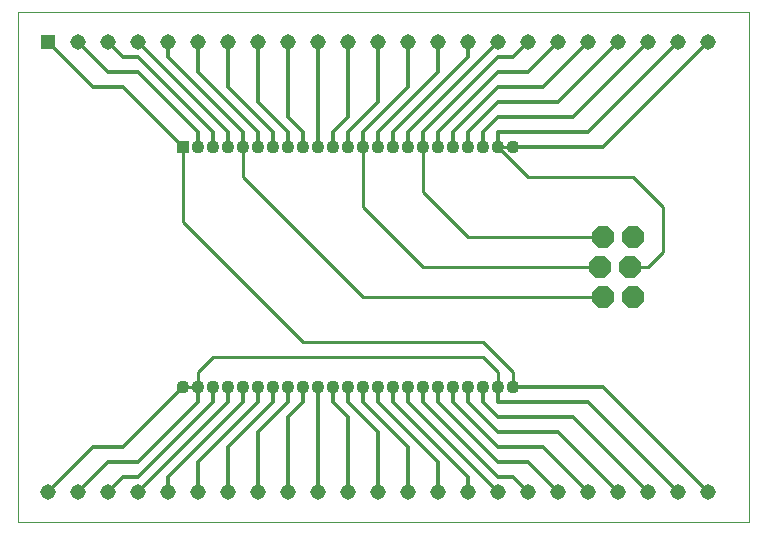
<source format=gbr>
G75*
G70*
%OFA0B0*%
%FSLAX24Y24*%
%IPPOS*%
%LPD*%
%AMOC8*
5,1,8,0,0,1.08239X$1,22.5*
%
%ADD10C,0.0000*%
%ADD11OC8,0.0740*%
%ADD12C,0.0436*%
%ADD13R,0.0436X0.0436*%
%ADD14R,0.0515X0.0515*%
%ADD15C,0.0515*%
%ADD16C,0.0120*%
%ADD17C,0.0100*%
D10*
X000101Y000101D02*
X000101Y017097D01*
X024471Y017097D01*
X024471Y000101D01*
X000101Y000101D01*
D11*
X019601Y007601D03*
X020601Y007601D03*
X020501Y008601D03*
X019501Y008601D03*
X019601Y009601D03*
X020601Y009601D03*
D12*
X016601Y012601D03*
X016101Y012601D03*
X015601Y012601D03*
X015101Y012601D03*
X014601Y012601D03*
X014101Y012601D03*
X013601Y012601D03*
X013101Y012601D03*
X012601Y012601D03*
X012101Y012601D03*
X011601Y012601D03*
X011101Y012601D03*
X010601Y012601D03*
X010101Y012601D03*
X009601Y012601D03*
X009101Y012601D03*
X008601Y012601D03*
X008101Y012601D03*
X007601Y012601D03*
X007101Y012601D03*
X006601Y012601D03*
X006101Y012601D03*
X006101Y004601D03*
X006601Y004601D03*
X007101Y004601D03*
X007601Y004601D03*
X008101Y004601D03*
X008601Y004601D03*
X009101Y004601D03*
X009601Y004601D03*
X010101Y004601D03*
X010601Y004601D03*
X011101Y004601D03*
X011601Y004601D03*
X012101Y004601D03*
X012601Y004601D03*
X013101Y004601D03*
X013601Y004601D03*
X014101Y004601D03*
X014601Y004601D03*
X015101Y004601D03*
X015601Y004601D03*
X016101Y004601D03*
X016601Y004601D03*
X005601Y004601D03*
D13*
X005601Y012601D03*
D14*
X001101Y016101D03*
D15*
X002101Y016101D03*
X003101Y016101D03*
X004101Y016101D03*
X005101Y016101D03*
X006101Y016101D03*
X007101Y016101D03*
X008101Y016101D03*
X009101Y016101D03*
X010101Y016101D03*
X011101Y016101D03*
X012101Y016101D03*
X013101Y016101D03*
X014101Y016101D03*
X015101Y016101D03*
X016101Y016101D03*
X017101Y016101D03*
X018101Y016101D03*
X019101Y016101D03*
X020101Y016101D03*
X021101Y016101D03*
X022101Y016101D03*
X023101Y016101D03*
X023101Y001101D03*
X022101Y001101D03*
X021101Y001101D03*
X020101Y001101D03*
X019101Y001101D03*
X018101Y001101D03*
X017101Y001101D03*
X016101Y001101D03*
X015101Y001101D03*
X014101Y001101D03*
X013101Y001101D03*
X012101Y001101D03*
X011101Y001101D03*
X010101Y001101D03*
X009101Y001101D03*
X008101Y001101D03*
X007101Y001101D03*
X006101Y001101D03*
X005101Y001101D03*
X004101Y001101D03*
X003101Y001101D03*
X002101Y001101D03*
X001101Y001101D03*
D16*
X002601Y002601D01*
X003601Y002601D01*
X005601Y004601D01*
X006101Y004601D02*
X006101Y004101D01*
X004101Y002101D01*
X003101Y002101D01*
X002101Y001101D01*
X003101Y001101D02*
X003601Y001601D01*
X004101Y001601D01*
X006601Y004101D01*
X006601Y004601D01*
X007101Y004601D02*
X007101Y004101D01*
X004101Y001101D01*
X005101Y001101D02*
X005101Y001601D01*
X007601Y004101D01*
X007601Y004601D01*
X008101Y004601D02*
X008101Y004101D01*
X006101Y002101D01*
X006101Y001101D01*
X007101Y001101D02*
X007101Y002601D01*
X008601Y004101D01*
X008601Y004601D01*
X009101Y004601D02*
X009101Y004101D01*
X008101Y003101D01*
X008101Y001101D01*
X009101Y001101D02*
X009101Y003601D01*
X009601Y004101D01*
X009601Y004601D01*
X010101Y004601D02*
X010101Y001101D01*
X011101Y001101D02*
X011101Y003601D01*
X010601Y004101D01*
X010601Y004601D01*
X011101Y004601D02*
X011101Y004101D01*
X012101Y003101D01*
X012101Y001101D01*
X013101Y001101D02*
X013101Y002601D01*
X011601Y004101D01*
X011601Y004601D01*
X012101Y004601D02*
X012101Y004101D01*
X014101Y002101D01*
X014101Y001101D01*
X015101Y001101D02*
X015101Y001601D01*
X012601Y004101D01*
X012601Y004601D01*
X013101Y004601D02*
X013101Y004101D01*
X016101Y001101D01*
X016101Y001601D02*
X016601Y001601D01*
X017101Y001101D01*
X017101Y002101D02*
X018101Y001101D01*
X019101Y001101D02*
X017601Y002601D01*
X016101Y002601D01*
X014601Y004101D01*
X014601Y004601D01*
X015101Y004601D02*
X015101Y004101D01*
X016101Y003101D01*
X018101Y003101D01*
X020101Y001101D01*
X021101Y001101D02*
X018601Y003601D01*
X016101Y003601D01*
X015601Y004101D01*
X015601Y004601D01*
X016101Y004601D02*
X016101Y004101D01*
X019101Y004101D01*
X022101Y001101D01*
X023101Y001101D02*
X019601Y004601D01*
X016601Y004601D01*
X014101Y004601D02*
X014101Y004101D01*
X016101Y002101D01*
X017101Y002101D01*
X016101Y001601D02*
X013601Y004101D01*
X013601Y004601D01*
X013601Y012601D02*
X013601Y013101D01*
X016101Y015601D01*
X016601Y015601D01*
X017101Y016101D01*
X017101Y015101D02*
X018101Y016101D01*
X019101Y016101D02*
X017601Y014601D01*
X016101Y014601D01*
X014601Y013101D01*
X014601Y012601D01*
X015101Y012601D02*
X015101Y013101D01*
X016101Y014101D01*
X018101Y014101D01*
X020101Y016101D01*
X021101Y016101D02*
X018601Y013601D01*
X016101Y013601D01*
X015601Y013101D01*
X015601Y012601D01*
X016101Y012601D02*
X016101Y013101D01*
X019101Y013101D01*
X022101Y016101D01*
X023101Y016101D02*
X019601Y012601D01*
X016601Y012601D01*
X014101Y012601D02*
X014101Y013101D01*
X016101Y015101D01*
X017101Y015101D01*
X016101Y016101D02*
X013101Y013101D01*
X013101Y012601D01*
X012601Y012601D02*
X012601Y013101D01*
X015101Y015601D01*
X015101Y016101D01*
X014101Y016101D02*
X014101Y015101D01*
X012101Y013101D01*
X012101Y012601D01*
X011601Y012601D02*
X011601Y013101D01*
X013101Y014601D01*
X013101Y016101D01*
X012101Y016101D02*
X012101Y014101D01*
X011101Y013101D01*
X011101Y012601D01*
X010601Y012601D02*
X010601Y013101D01*
X011101Y013601D01*
X011101Y016101D01*
X010101Y016101D02*
X010101Y012601D01*
X009601Y012601D02*
X009601Y013101D01*
X009101Y013601D01*
X009101Y016101D01*
X008101Y016101D02*
X008101Y014101D01*
X009101Y013101D01*
X009101Y012601D01*
X008601Y012601D02*
X008601Y013101D01*
X007101Y014601D01*
X007101Y016101D01*
X006101Y016101D02*
X006101Y015101D01*
X008101Y013101D01*
X008101Y012601D01*
X007601Y012601D02*
X007601Y013101D01*
X005101Y015601D01*
X005101Y016101D01*
X004101Y016101D02*
X007101Y013101D01*
X007101Y012601D01*
X006601Y012601D02*
X006601Y013101D01*
X004101Y015601D01*
X003601Y015601D01*
X003101Y016101D01*
X003101Y015101D02*
X002101Y016101D01*
X001101Y016101D02*
X002601Y014601D01*
X003601Y014601D01*
X005601Y012601D01*
X006101Y012601D02*
X006101Y013101D01*
X004101Y015101D01*
X003101Y015101D01*
D17*
X005601Y012601D02*
X005601Y010101D01*
X009601Y006101D01*
X015601Y006101D01*
X016601Y005101D01*
X016601Y004601D01*
X016101Y004601D02*
X016101Y005101D01*
X015601Y005601D01*
X006601Y005601D01*
X006101Y005101D01*
X006101Y004601D01*
X005601Y004601D01*
X011601Y007601D02*
X007601Y011601D01*
X007601Y012601D01*
X011601Y012601D02*
X011601Y010601D01*
X013601Y008601D01*
X019501Y008601D01*
X020501Y008601D02*
X021101Y008601D01*
X021601Y009101D01*
X021601Y010601D01*
X020601Y011601D01*
X017101Y011601D01*
X016101Y012601D01*
X016601Y012601D01*
X013601Y012601D02*
X013601Y011101D01*
X015101Y009601D01*
X019601Y009601D01*
X019601Y007601D02*
X011601Y007601D01*
M02*

</source>
